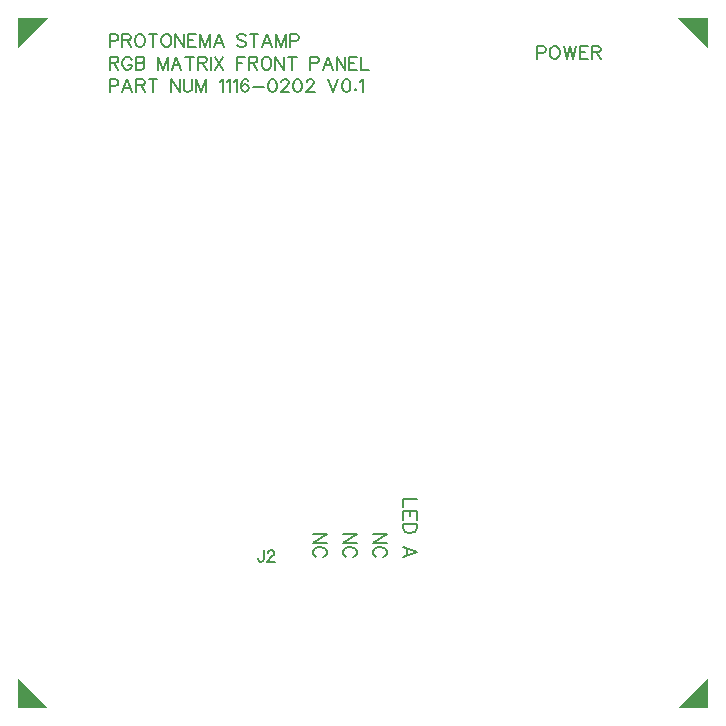
<source format=gto>
G04 Layer: TopSilkscreenLayer*
G04 EasyEDA v6.5.34, 2023-08-21 18:11:39*
G04 3696ccb3ce3c4ba2a1e01cf7d584be42,5a6b42c53f6a479593ecc07194224c93,10*
G04 Gerber Generator version 0.2*
G04 Scale: 100 percent, Rotated: No, Reflected: No *
G04 Dimensions in millimeters *
G04 leading zeros omitted , absolute positions ,4 integer and 5 decimal *
%FSLAX45Y45*%
%MOMM*%

%ADD10C,0.1524*%

%LPD*%
D10*
X2610403Y1473197D02*
G01*
X2495849Y1473197D01*
X2610403Y1473197D02*
G01*
X2495849Y1396743D01*
X2610403Y1396743D02*
G01*
X2495849Y1396743D01*
X2582971Y1279141D02*
G01*
X2593893Y1284475D01*
X2604815Y1295397D01*
X2610403Y1306319D01*
X2610403Y1328163D01*
X2604815Y1339085D01*
X2593893Y1350007D01*
X2582971Y1355341D01*
X2566715Y1360929D01*
X2539283Y1360929D01*
X2523027Y1355341D01*
X2512105Y1350007D01*
X2501183Y1339085D01*
X2495849Y1328163D01*
X2495849Y1306319D01*
X2501183Y1295397D01*
X2512105Y1284475D01*
X2523027Y1279141D01*
X3372401Y1765292D02*
G01*
X3257847Y1765292D01*
X3257847Y1765292D02*
G01*
X3257847Y1699760D01*
X3372401Y1663946D02*
G01*
X3257847Y1663946D01*
X3372401Y1663946D02*
G01*
X3372401Y1592826D01*
X3317791Y1663946D02*
G01*
X3317791Y1620258D01*
X3257847Y1663946D02*
G01*
X3257847Y1592826D01*
X3372401Y1557012D02*
G01*
X3257847Y1557012D01*
X3372401Y1557012D02*
G01*
X3372401Y1518658D01*
X3366813Y1502402D01*
X3355891Y1491480D01*
X3344969Y1486146D01*
X3328713Y1480558D01*
X3301281Y1480558D01*
X3285025Y1486146D01*
X3274103Y1491480D01*
X3263181Y1502402D01*
X3257847Y1518658D01*
X3257847Y1557012D01*
X3372401Y1316982D02*
G01*
X3257847Y1360670D01*
X3372401Y1316982D02*
G01*
X3257847Y1273294D01*
X3295947Y1344160D02*
G01*
X3295947Y1289550D01*
X2077471Y1332755D02*
G01*
X2077471Y1260109D01*
X2072899Y1246393D01*
X2068327Y1241823D01*
X2059183Y1237249D01*
X2050293Y1237249D01*
X2041149Y1241823D01*
X2036577Y1246393D01*
X2032005Y1260109D01*
X2032005Y1269255D01*
X2112015Y1310147D02*
G01*
X2112015Y1314721D01*
X2116587Y1323609D01*
X2121159Y1328181D01*
X2130303Y1332755D01*
X2148337Y1332755D01*
X2157481Y1328181D01*
X2162053Y1323609D01*
X2166625Y1314721D01*
X2166625Y1305577D01*
X2162053Y1296431D01*
X2152909Y1282715D01*
X2107443Y1237249D01*
X2171197Y1237249D01*
X2864403Y1473197D02*
G01*
X2749849Y1473197D01*
X2864403Y1473197D02*
G01*
X2749849Y1396743D01*
X2864403Y1396743D02*
G01*
X2749849Y1396743D01*
X2836971Y1279141D02*
G01*
X2847893Y1284475D01*
X2858815Y1295397D01*
X2864403Y1306319D01*
X2864403Y1328163D01*
X2858815Y1339085D01*
X2847893Y1350007D01*
X2836971Y1355341D01*
X2820715Y1360929D01*
X2793283Y1360929D01*
X2777027Y1355341D01*
X2766105Y1350007D01*
X2755183Y1339085D01*
X2749849Y1328163D01*
X2749849Y1306319D01*
X2755183Y1295397D01*
X2766105Y1284475D01*
X2777027Y1279141D01*
X3118403Y1473197D02*
G01*
X3003849Y1473197D01*
X3118403Y1473197D02*
G01*
X3003849Y1396743D01*
X3118403Y1396743D02*
G01*
X3003849Y1396743D01*
X3090971Y1279141D02*
G01*
X3101893Y1284475D01*
X3112815Y1295397D01*
X3118403Y1306319D01*
X3118403Y1328163D01*
X3112815Y1339085D01*
X3101893Y1350007D01*
X3090971Y1355341D01*
X3074715Y1360929D01*
X3047283Y1360929D01*
X3031027Y1355341D01*
X3020105Y1350007D01*
X3009183Y1339085D01*
X3003849Y1328163D01*
X3003849Y1306319D01*
X3009183Y1295397D01*
X3020105Y1284475D01*
X3031027Y1279141D01*
X4394192Y5601708D02*
G01*
X4394192Y5492742D01*
X4394192Y5601708D02*
G01*
X4440928Y5601708D01*
X4456422Y5596628D01*
X4461756Y5591294D01*
X4466836Y5580880D01*
X4466836Y5565386D01*
X4461756Y5554972D01*
X4456422Y5549892D01*
X4440928Y5544558D01*
X4394192Y5544558D01*
X4532368Y5601708D02*
G01*
X4521954Y5596628D01*
X4511540Y5586214D01*
X4506460Y5575800D01*
X4501126Y5560052D01*
X4501126Y5534144D01*
X4506460Y5518650D01*
X4511540Y5508236D01*
X4521954Y5497822D01*
X4532368Y5492742D01*
X4553196Y5492742D01*
X4563610Y5497822D01*
X4574024Y5508236D01*
X4579104Y5518650D01*
X4584438Y5534144D01*
X4584438Y5560052D01*
X4579104Y5575800D01*
X4574024Y5586214D01*
X4563610Y5596628D01*
X4553196Y5601708D01*
X4532368Y5601708D01*
X4618728Y5601708D02*
G01*
X4644636Y5492742D01*
X4670544Y5601708D02*
G01*
X4644636Y5492742D01*
X4670544Y5601708D02*
G01*
X4696452Y5492742D01*
X4722614Y5601708D02*
G01*
X4696452Y5492742D01*
X4756904Y5601708D02*
G01*
X4756904Y5492742D01*
X4756904Y5601708D02*
G01*
X4824468Y5601708D01*
X4756904Y5549892D02*
G01*
X4798306Y5549892D01*
X4756904Y5492742D02*
G01*
X4824468Y5492742D01*
X4858758Y5601708D02*
G01*
X4858758Y5492742D01*
X4858758Y5601708D02*
G01*
X4905494Y5601708D01*
X4920988Y5596628D01*
X4926322Y5591294D01*
X4931402Y5580880D01*
X4931402Y5570466D01*
X4926322Y5560052D01*
X4920988Y5554972D01*
X4905494Y5549892D01*
X4858758Y5549892D01*
X4895080Y5549892D02*
G01*
X4931402Y5492742D01*
X774692Y5703308D02*
G01*
X774692Y5594342D01*
X774692Y5703308D02*
G01*
X821428Y5703308D01*
X836922Y5698228D01*
X842256Y5692894D01*
X847336Y5682480D01*
X847336Y5666986D01*
X842256Y5656572D01*
X836922Y5651492D01*
X821428Y5646158D01*
X774692Y5646158D01*
X881626Y5703308D02*
G01*
X881626Y5594342D01*
X881626Y5703308D02*
G01*
X928362Y5703308D01*
X944110Y5698228D01*
X949190Y5692894D01*
X954524Y5682480D01*
X954524Y5672066D01*
X949190Y5661652D01*
X944110Y5656572D01*
X928362Y5651492D01*
X881626Y5651492D01*
X918202Y5651492D02*
G01*
X954524Y5594342D01*
X1019802Y5703308D02*
G01*
X1009642Y5698228D01*
X999228Y5687814D01*
X993894Y5677400D01*
X988814Y5661652D01*
X988814Y5635744D01*
X993894Y5620250D01*
X999228Y5609836D01*
X1009642Y5599422D01*
X1019802Y5594342D01*
X1040630Y5594342D01*
X1051044Y5599422D01*
X1061458Y5609836D01*
X1066792Y5620250D01*
X1071872Y5635744D01*
X1071872Y5661652D01*
X1066792Y5677400D01*
X1061458Y5687814D01*
X1051044Y5698228D01*
X1040630Y5703308D01*
X1019802Y5703308D01*
X1142484Y5703308D02*
G01*
X1142484Y5594342D01*
X1106162Y5703308D02*
G01*
X1178806Y5703308D01*
X1244338Y5703308D02*
G01*
X1233924Y5698228D01*
X1223510Y5687814D01*
X1218430Y5677400D01*
X1213096Y5661652D01*
X1213096Y5635744D01*
X1218430Y5620250D01*
X1223510Y5609836D01*
X1233924Y5599422D01*
X1244338Y5594342D01*
X1265166Y5594342D01*
X1275580Y5599422D01*
X1285994Y5609836D01*
X1291074Y5620250D01*
X1296408Y5635744D01*
X1296408Y5661652D01*
X1291074Y5677400D01*
X1285994Y5687814D01*
X1275580Y5698228D01*
X1265166Y5703308D01*
X1244338Y5703308D01*
X1330698Y5703308D02*
G01*
X1330698Y5594342D01*
X1330698Y5703308D02*
G01*
X1403342Y5594342D01*
X1403342Y5703308D02*
G01*
X1403342Y5594342D01*
X1437632Y5703308D02*
G01*
X1437632Y5594342D01*
X1437632Y5703308D02*
G01*
X1505196Y5703308D01*
X1437632Y5651492D02*
G01*
X1479288Y5651492D01*
X1437632Y5594342D02*
G01*
X1505196Y5594342D01*
X1539486Y5703308D02*
G01*
X1539486Y5594342D01*
X1539486Y5703308D02*
G01*
X1581142Y5594342D01*
X1622544Y5703308D02*
G01*
X1581142Y5594342D01*
X1622544Y5703308D02*
G01*
X1622544Y5594342D01*
X1698490Y5703308D02*
G01*
X1656834Y5594342D01*
X1698490Y5703308D02*
G01*
X1739892Y5594342D01*
X1672582Y5630664D02*
G01*
X1724398Y5630664D01*
X1927090Y5687814D02*
G01*
X1916676Y5698228D01*
X1901182Y5703308D01*
X1880354Y5703308D01*
X1864606Y5698228D01*
X1854192Y5687814D01*
X1854192Y5677400D01*
X1859526Y5666986D01*
X1864606Y5661652D01*
X1875020Y5656572D01*
X1906262Y5646158D01*
X1916676Y5641078D01*
X1921756Y5635744D01*
X1927090Y5625330D01*
X1927090Y5609836D01*
X1916676Y5599422D01*
X1901182Y5594342D01*
X1880354Y5594342D01*
X1864606Y5599422D01*
X1854192Y5609836D01*
X1997702Y5703308D02*
G01*
X1997702Y5594342D01*
X1961380Y5703308D02*
G01*
X2034024Y5703308D01*
X2109970Y5703308D02*
G01*
X2068314Y5594342D01*
X2109970Y5703308D02*
G01*
X2151372Y5594342D01*
X2084062Y5630664D02*
G01*
X2135878Y5630664D01*
X2185662Y5703308D02*
G01*
X2185662Y5594342D01*
X2185662Y5703308D02*
G01*
X2227318Y5594342D01*
X2268974Y5703308D02*
G01*
X2227318Y5594342D01*
X2268974Y5703308D02*
G01*
X2268974Y5594342D01*
X2303264Y5703308D02*
G01*
X2303264Y5594342D01*
X2303264Y5703308D02*
G01*
X2350000Y5703308D01*
X2365494Y5698228D01*
X2370828Y5692894D01*
X2375908Y5682480D01*
X2375908Y5666986D01*
X2370828Y5656572D01*
X2365494Y5651492D01*
X2350000Y5646158D01*
X2303264Y5646158D01*
X774692Y5512859D02*
G01*
X774692Y5403639D01*
X774692Y5512859D02*
G01*
X821428Y5512859D01*
X836922Y5507525D01*
X842256Y5502445D01*
X847336Y5492031D01*
X847336Y5481617D01*
X842256Y5471203D01*
X836922Y5466123D01*
X821428Y5460789D01*
X774692Y5460789D01*
X811014Y5460789D02*
G01*
X847336Y5403639D01*
X959604Y5486951D02*
G01*
X954524Y5497365D01*
X944110Y5507525D01*
X933696Y5512859D01*
X912868Y5512859D01*
X902454Y5507525D01*
X892040Y5497365D01*
X886960Y5486951D01*
X881626Y5471203D01*
X881626Y5445295D01*
X886960Y5429801D01*
X892040Y5419387D01*
X902454Y5408973D01*
X912868Y5403639D01*
X933696Y5403639D01*
X944110Y5408973D01*
X954524Y5419387D01*
X959604Y5429801D01*
X959604Y5445295D01*
X933696Y5445295D02*
G01*
X959604Y5445295D01*
X993894Y5512859D02*
G01*
X993894Y5403639D01*
X993894Y5512859D02*
G01*
X1040630Y5512859D01*
X1056378Y5507525D01*
X1061458Y5502445D01*
X1066792Y5492031D01*
X1066792Y5481617D01*
X1061458Y5471203D01*
X1056378Y5466123D01*
X1040630Y5460789D01*
X993894Y5460789D02*
G01*
X1040630Y5460789D01*
X1056378Y5455709D01*
X1061458Y5450375D01*
X1066792Y5440215D01*
X1066792Y5424467D01*
X1061458Y5414053D01*
X1056378Y5408973D01*
X1040630Y5403639D01*
X993894Y5403639D01*
X1181092Y5512859D02*
G01*
X1181092Y5403639D01*
X1181092Y5512859D02*
G01*
X1222494Y5403639D01*
X1264150Y5512859D02*
G01*
X1222494Y5403639D01*
X1264150Y5512859D02*
G01*
X1264150Y5403639D01*
X1339842Y5512859D02*
G01*
X1298440Y5403639D01*
X1339842Y5512859D02*
G01*
X1381498Y5403639D01*
X1313934Y5440215D02*
G01*
X1366004Y5440215D01*
X1452110Y5512859D02*
G01*
X1452110Y5403639D01*
X1415788Y5512859D02*
G01*
X1488432Y5512859D01*
X1522722Y5512859D02*
G01*
X1522722Y5403639D01*
X1522722Y5512859D02*
G01*
X1569712Y5512859D01*
X1585206Y5507525D01*
X1590286Y5502445D01*
X1595620Y5492031D01*
X1595620Y5481617D01*
X1590286Y5471203D01*
X1585206Y5466123D01*
X1569712Y5460789D01*
X1522722Y5460789D01*
X1559298Y5460789D02*
G01*
X1595620Y5403639D01*
X1629910Y5512859D02*
G01*
X1629910Y5403639D01*
X1664200Y5512859D02*
G01*
X1736844Y5403639D01*
X1736844Y5512859D02*
G01*
X1664200Y5403639D01*
X1851144Y5512859D02*
G01*
X1851144Y5403639D01*
X1851144Y5512859D02*
G01*
X1918708Y5512859D01*
X1851144Y5460789D02*
G01*
X1892800Y5460789D01*
X1952998Y5512859D02*
G01*
X1952998Y5403639D01*
X1952998Y5512859D02*
G01*
X1999734Y5512859D01*
X2015482Y5507525D01*
X2020562Y5502445D01*
X2025642Y5492031D01*
X2025642Y5481617D01*
X2020562Y5471203D01*
X2015482Y5466123D01*
X1999734Y5460789D01*
X1952998Y5460789D01*
X1989320Y5460789D02*
G01*
X2025642Y5403639D01*
X2091174Y5512859D02*
G01*
X2080760Y5507525D01*
X2070346Y5497365D01*
X2065266Y5486951D01*
X2059932Y5471203D01*
X2059932Y5445295D01*
X2065266Y5429801D01*
X2070346Y5419387D01*
X2080760Y5408973D01*
X2091174Y5403639D01*
X2112002Y5403639D01*
X2122416Y5408973D01*
X2132830Y5419387D01*
X2137910Y5429801D01*
X2143244Y5445295D01*
X2143244Y5471203D01*
X2137910Y5486951D01*
X2132830Y5497365D01*
X2122416Y5507525D01*
X2112002Y5512859D01*
X2091174Y5512859D01*
X2177534Y5512859D02*
G01*
X2177534Y5403639D01*
X2177534Y5512859D02*
G01*
X2250178Y5403639D01*
X2250178Y5512859D02*
G01*
X2250178Y5403639D01*
X2320790Y5512859D02*
G01*
X2320790Y5403639D01*
X2284468Y5512859D02*
G01*
X2357112Y5512859D01*
X2471412Y5512859D02*
G01*
X2471412Y5403639D01*
X2471412Y5512859D02*
G01*
X2518402Y5512859D01*
X2533896Y5507525D01*
X2538976Y5502445D01*
X2544310Y5492031D01*
X2544310Y5476537D01*
X2538976Y5466123D01*
X2533896Y5460789D01*
X2518402Y5455709D01*
X2471412Y5455709D01*
X2620002Y5512859D02*
G01*
X2578600Y5403639D01*
X2620002Y5512859D02*
G01*
X2661658Y5403639D01*
X2594094Y5440215D02*
G01*
X2646164Y5440215D01*
X2695948Y5512859D02*
G01*
X2695948Y5403639D01*
X2695948Y5512859D02*
G01*
X2768592Y5403639D01*
X2768592Y5512859D02*
G01*
X2768592Y5403639D01*
X2802882Y5512859D02*
G01*
X2802882Y5403639D01*
X2802882Y5512859D02*
G01*
X2870446Y5512859D01*
X2802882Y5460789D02*
G01*
X2844538Y5460789D01*
X2802882Y5403639D02*
G01*
X2870446Y5403639D01*
X2904736Y5512859D02*
G01*
X2904736Y5403639D01*
X2904736Y5403639D02*
G01*
X2967220Y5403639D01*
X774692Y5322359D02*
G01*
X774692Y5213139D01*
X774692Y5322359D02*
G01*
X821428Y5322359D01*
X836922Y5317025D01*
X842256Y5311945D01*
X847336Y5301531D01*
X847336Y5286037D01*
X842256Y5275623D01*
X836922Y5270289D01*
X821428Y5265209D01*
X774692Y5265209D01*
X923282Y5322359D02*
G01*
X881626Y5213139D01*
X923282Y5322359D02*
G01*
X964938Y5213139D01*
X897374Y5249715D02*
G01*
X949190Y5249715D01*
X999228Y5322359D02*
G01*
X999228Y5213139D01*
X999228Y5322359D02*
G01*
X1045964Y5322359D01*
X1061458Y5317025D01*
X1066792Y5311945D01*
X1071872Y5301531D01*
X1071872Y5291117D01*
X1066792Y5280703D01*
X1061458Y5275623D01*
X1045964Y5270289D01*
X999228Y5270289D01*
X1035550Y5270289D02*
G01*
X1071872Y5213139D01*
X1142484Y5322359D02*
G01*
X1142484Y5213139D01*
X1106162Y5322359D02*
G01*
X1178806Y5322359D01*
X1293106Y5322359D02*
G01*
X1293106Y5213139D01*
X1293106Y5322359D02*
G01*
X1366004Y5213139D01*
X1366004Y5322359D02*
G01*
X1366004Y5213139D01*
X1400294Y5322359D02*
G01*
X1400294Y5244381D01*
X1405374Y5228887D01*
X1415788Y5218473D01*
X1431282Y5213139D01*
X1441696Y5213139D01*
X1457444Y5218473D01*
X1467858Y5228887D01*
X1472938Y5244381D01*
X1472938Y5322359D01*
X1507228Y5322359D02*
G01*
X1507228Y5213139D01*
X1507228Y5322359D02*
G01*
X1548884Y5213139D01*
X1590286Y5322359D02*
G01*
X1548884Y5213139D01*
X1590286Y5322359D02*
G01*
X1590286Y5213139D01*
X1704586Y5301531D02*
G01*
X1715000Y5306865D01*
X1730748Y5322359D01*
X1730748Y5213139D01*
X1765038Y5301531D02*
G01*
X1775452Y5306865D01*
X1790946Y5322359D01*
X1790946Y5213139D01*
X1825236Y5301531D02*
G01*
X1835650Y5306865D01*
X1851144Y5322359D01*
X1851144Y5213139D01*
X1947918Y5306865D02*
G01*
X1942584Y5317025D01*
X1927090Y5322359D01*
X1916676Y5322359D01*
X1901182Y5317025D01*
X1890768Y5301531D01*
X1885434Y5275623D01*
X1885434Y5249715D01*
X1890768Y5228887D01*
X1901182Y5218473D01*
X1916676Y5213139D01*
X1921756Y5213139D01*
X1937504Y5218473D01*
X1947918Y5228887D01*
X1952998Y5244381D01*
X1952998Y5249715D01*
X1947918Y5265209D01*
X1937504Y5275623D01*
X1921756Y5280703D01*
X1916676Y5280703D01*
X1901182Y5275623D01*
X1890768Y5265209D01*
X1885434Y5249715D01*
X1987288Y5259875D02*
G01*
X2080760Y5259875D01*
X2146292Y5322359D02*
G01*
X2130798Y5317025D01*
X2120384Y5301531D01*
X2115050Y5275623D01*
X2115050Y5259875D01*
X2120384Y5233967D01*
X2130798Y5218473D01*
X2146292Y5213139D01*
X2156706Y5213139D01*
X2172200Y5218473D01*
X2182614Y5233967D01*
X2187948Y5259875D01*
X2187948Y5275623D01*
X2182614Y5301531D01*
X2172200Y5317025D01*
X2156706Y5322359D01*
X2146292Y5322359D01*
X2227318Y5296451D02*
G01*
X2227318Y5301531D01*
X2232652Y5311945D01*
X2237732Y5317025D01*
X2248146Y5322359D01*
X2268974Y5322359D01*
X2279388Y5317025D01*
X2284468Y5311945D01*
X2289802Y5301531D01*
X2289802Y5291117D01*
X2284468Y5280703D01*
X2274054Y5265209D01*
X2222238Y5213139D01*
X2294882Y5213139D01*
X2360414Y5322359D02*
G01*
X2344666Y5317025D01*
X2334252Y5301531D01*
X2329172Y5275623D01*
X2329172Y5259875D01*
X2334252Y5233967D01*
X2344666Y5218473D01*
X2360414Y5213139D01*
X2370828Y5213139D01*
X2386322Y5218473D01*
X2396736Y5233967D01*
X2401816Y5259875D01*
X2401816Y5275623D01*
X2396736Y5301531D01*
X2386322Y5317025D01*
X2370828Y5322359D01*
X2360414Y5322359D01*
X2441440Y5296451D02*
G01*
X2441440Y5301531D01*
X2446520Y5311945D01*
X2451854Y5317025D01*
X2462268Y5322359D01*
X2482842Y5322359D01*
X2493256Y5317025D01*
X2498590Y5311945D01*
X2503670Y5301531D01*
X2503670Y5291117D01*
X2498590Y5280703D01*
X2488176Y5265209D01*
X2436106Y5213139D01*
X2509004Y5213139D01*
X2623304Y5322359D02*
G01*
X2664706Y5213139D01*
X2706362Y5322359D02*
G01*
X2664706Y5213139D01*
X2771894Y5322359D02*
G01*
X2756146Y5317025D01*
X2745732Y5301531D01*
X2740652Y5275623D01*
X2740652Y5259875D01*
X2745732Y5233967D01*
X2756146Y5218473D01*
X2771894Y5213139D01*
X2782308Y5213139D01*
X2797802Y5218473D01*
X2808216Y5233967D01*
X2813296Y5259875D01*
X2813296Y5275623D01*
X2808216Y5301531D01*
X2797802Y5317025D01*
X2782308Y5322359D01*
X2771894Y5322359D01*
X2852920Y5239301D02*
G01*
X2847586Y5233967D01*
X2852920Y5228887D01*
X2858000Y5233967D01*
X2852920Y5239301D01*
X2892290Y5301531D02*
G01*
X2902704Y5306865D01*
X2918452Y5322359D01*
X2918452Y5213139D01*
G36*
X0Y5842000D02*
G01*
X0Y5588000D01*
X254000Y5842000D01*
G37*
G36*
X0Y254000D02*
G01*
X0Y0D01*
X254000Y0D01*
G37*
G36*
X5842000Y254000D02*
G01*
X5588000Y0D01*
X5842000Y0D01*
G37*
G36*
X5588000Y5842000D02*
G01*
X5842000Y5588000D01*
X5842000Y5842000D01*
G37*
M02*

</source>
